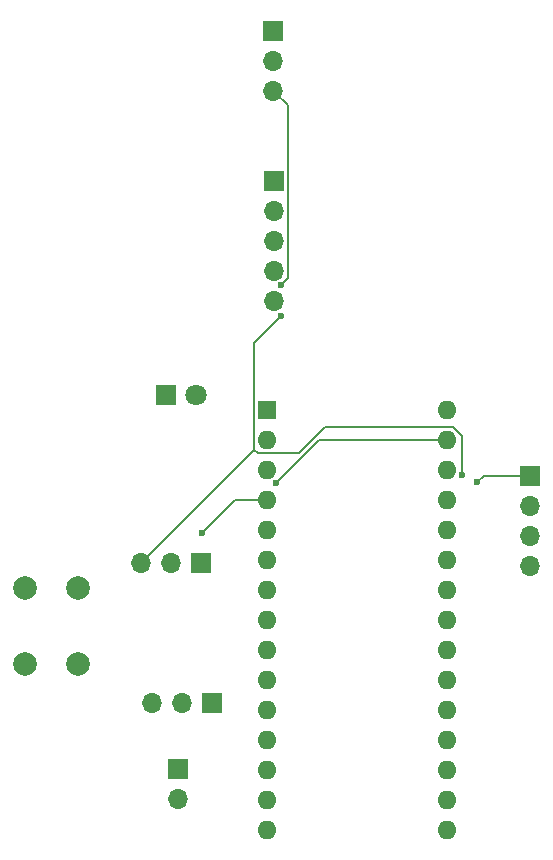
<source format=gbr>
%TF.GenerationSoftware,KiCad,Pcbnew,8.0.8*%
%TF.CreationDate,2025-06-02T22:50:19+02:00*%
%TF.ProjectId,autoZalivanje,6175746f-5a61-46c6-9976-616e6a652e6b,rev?*%
%TF.SameCoordinates,Original*%
%TF.FileFunction,Copper,L2,Bot*%
%TF.FilePolarity,Positive*%
%FSLAX46Y46*%
G04 Gerber Fmt 4.6, Leading zero omitted, Abs format (unit mm)*
G04 Created by KiCad (PCBNEW 8.0.8) date 2025-06-02 22:50:19*
%MOMM*%
%LPD*%
G01*
G04 APERTURE LIST*
%TA.AperFunction,ComponentPad*%
%ADD10C,2.000000*%
%TD*%
%TA.AperFunction,ComponentPad*%
%ADD11O,1.700000X1.700000*%
%TD*%
%TA.AperFunction,ComponentPad*%
%ADD12R,1.700000X1.700000*%
%TD*%
%TA.AperFunction,ComponentPad*%
%ADD13R,1.800000X1.800000*%
%TD*%
%TA.AperFunction,ComponentPad*%
%ADD14C,1.800000*%
%TD*%
%TA.AperFunction,ComponentPad*%
%ADD15R,1.600000X1.600000*%
%TD*%
%TA.AperFunction,ComponentPad*%
%ADD16O,1.600000X1.600000*%
%TD*%
%TA.AperFunction,ViaPad*%
%ADD17C,0.600000*%
%TD*%
%TA.AperFunction,Conductor*%
%ADD18C,0.200000*%
%TD*%
G04 APERTURE END LIST*
D10*
%TO.P,SW1,2,2*%
%TO.N,Net-(A1-D7)*%
X112050000Y-96600000D03*
X112050000Y-103100000D03*
%TO.P,SW1,1,1*%
%TO.N,Net-(R1-Pad1)*%
X107550000Y-96600000D03*
X107550000Y-103100000D03*
%TD*%
D11*
%TO.P,J6,3,Pin_3*%
%TO.N,/VCC*%
X128575000Y-54525000D03*
%TO.P,J6,2,Pin_2*%
%TO.N,/DATA*%
X128575000Y-51985000D03*
D12*
%TO.P,J6,1,Pin_1*%
%TO.N,/GND*%
X128575000Y-49445000D03*
%TD*%
%TO.P,J5,1,Pin_1*%
%TO.N,/NC*%
X123350000Y-106350000D03*
D11*
%TO.P,J5,2,Pin_2*%
%TO.N,/NO*%
X120810000Y-106350000D03*
%TO.P,J5,3,Pin_3*%
%TO.N,/COM*%
X118270000Y-106350000D03*
%TD*%
D12*
%TO.P,J4,1,Pin_1*%
%TO.N,/COM*%
X120500000Y-111950000D03*
D11*
%TO.P,J4,2,Pin_2*%
%TO.N,/NO*%
X120500000Y-114490000D03*
%TD*%
D12*
%TO.P,J3,1,Pin_1*%
%TO.N,/IN*%
X122475000Y-94500000D03*
D11*
%TO.P,J3,2,Pin_2*%
%TO.N,/GND*%
X119935000Y-94500000D03*
%TO.P,J3,3,Pin_3*%
%TO.N,/VCC*%
X117395000Y-94500000D03*
%TD*%
D12*
%TO.P,J2,1,Pin_1*%
%TO.N,/GND*%
X128650000Y-62135000D03*
D11*
%TO.P,J2,2,Pin_2*%
%TO.N,/RST*%
X128650000Y-64675000D03*
%TO.P,J2,3,Pin_3*%
%TO.N,/DAT*%
X128650000Y-67215000D03*
%TO.P,J2,4,Pin_4*%
%TO.N,/CLK*%
X128650000Y-69755000D03*
%TO.P,J2,5,Pin_5*%
%TO.N,/VCC*%
X128650000Y-72295000D03*
%TD*%
D12*
%TO.P,J1,1,Pin_1*%
%TO.N,/VCC*%
X150325000Y-87125000D03*
D11*
%TO.P,J1,2,Pin_2*%
%TO.N,/SDA*%
X150325000Y-89665000D03*
%TO.P,J1,3,Pin_3*%
%TO.N,/SCL*%
X150325000Y-92205000D03*
%TO.P,J1,4,Pin_4*%
%TO.N,/GND*%
X150325000Y-94745000D03*
%TD*%
D13*
%TO.P,D1,1,K*%
%TO.N,/GND*%
X119510000Y-80250000D03*
D14*
%TO.P,D1,2,A*%
%TO.N,Net-(D1-A)*%
X122050000Y-80250000D03*
%TD*%
D15*
%TO.P,A1,1,TX1*%
%TO.N,unconnected-(A1-TX1-Pad1)*%
X128070000Y-81560000D03*
D16*
%TO.P,A1,2,RX1*%
%TO.N,unconnected-(A1-RX1-Pad2)*%
X128070000Y-84100000D03*
%TO.P,A1,3,~{RESET}*%
%TO.N,unconnected-(A1-~{RESET}-Pad3)*%
X128070000Y-86640000D03*
%TO.P,A1,4,GND*%
%TO.N,/GND*%
X128070000Y-89180000D03*
%TO.P,A1,5,D2*%
%TO.N,/DATA*%
X128070000Y-91720000D03*
%TO.P,A1,6,D3*%
%TO.N,/CLK*%
X128070000Y-94260000D03*
%TO.P,A1,7,D4*%
%TO.N,/DAT*%
X128070000Y-96800000D03*
%TO.P,A1,8,D5*%
%TO.N,/RST*%
X128070000Y-99340000D03*
%TO.P,A1,9,D6*%
%TO.N,/IN*%
X128070000Y-101880000D03*
%TO.P,A1,10,D7*%
%TO.N,Net-(A1-D7)*%
X128070000Y-104420000D03*
%TO.P,A1,11,D8*%
%TO.N,Net-(A1-D8)*%
X128070000Y-106960000D03*
%TO.P,A1,12,D9*%
%TO.N,unconnected-(A1-D9-Pad12)*%
X128070000Y-109500000D03*
%TO.P,A1,13,D10*%
%TO.N,unconnected-(A1-D10-Pad13)*%
X128070000Y-112040000D03*
%TO.P,A1,14,MOSI*%
%TO.N,unconnected-(A1-MOSI-Pad14)*%
X128070000Y-114580000D03*
%TO.P,A1,15,MISO*%
%TO.N,unconnected-(A1-MISO-Pad15)*%
X128070000Y-117120000D03*
%TO.P,A1,16,SCK*%
%TO.N,unconnected-(A1-SCK-Pad16)*%
X143310000Y-117120000D03*
%TO.P,A1,17,3V3*%
%TO.N,unconnected-(A1-3V3-Pad17)*%
X143310000Y-114580000D03*
%TO.P,A1,18,AREF*%
%TO.N,unconnected-(A1-AREF-Pad18)*%
X143310000Y-112040000D03*
%TO.P,A1,19,A0*%
%TO.N,unconnected-(A1-A0-Pad19)*%
X143310000Y-109500000D03*
%TO.P,A1,20,A1*%
%TO.N,unconnected-(A1-A1-Pad20)*%
X143310000Y-106960000D03*
%TO.P,A1,21,A2*%
%TO.N,unconnected-(A1-A2-Pad21)*%
X143310000Y-104420000D03*
%TO.P,A1,22,A3*%
%TO.N,unconnected-(A1-A3-Pad22)*%
X143310000Y-101880000D03*
%TO.P,A1,23,SDA/A4*%
%TO.N,/SDA*%
X143310000Y-99340000D03*
%TO.P,A1,24,SCL/A5*%
%TO.N,/SCL*%
X143310000Y-96800000D03*
%TO.P,A1,25,A6*%
%TO.N,unconnected-(A1-A6-Pad25)*%
X143310000Y-94260000D03*
%TO.P,A1,26,A7*%
%TO.N,unconnected-(A1-A7-Pad26)*%
X143310000Y-91720000D03*
%TO.P,A1,27,+5V*%
%TO.N,/VCC*%
X143310000Y-89180000D03*
%TO.P,A1,28,~{RESET}*%
%TO.N,unconnected-(A1-~{RESET}-Pad28)*%
X143310000Y-86640000D03*
%TO.P,A1,29,GND*%
%TO.N,/GND*%
X143310000Y-84100000D03*
%TO.P,A1,30,VIN*%
%TO.N,unconnected-(A1-VIN-Pad30)*%
X143310000Y-81560000D03*
%TD*%
D17*
%TO.N,/VCC*%
X129200000Y-71000000D03*
X144554310Y-87016430D03*
X129200000Y-73622819D03*
%TO.N,/GND*%
X122500000Y-92000000D03*
X128800000Y-87715686D03*
%TO.N,/VCC*%
X145825735Y-87674265D03*
%TD*%
D18*
%TO.N,/VCC*%
X129800000Y-70400000D02*
X129200000Y-71000000D01*
X129800000Y-55750000D02*
X129800000Y-70400000D01*
X128575000Y-54525000D02*
X129800000Y-55750000D01*
X143765635Y-83000000D02*
X144554310Y-83788675D01*
X132950000Y-83000000D02*
X143765635Y-83000000D01*
X144554310Y-83788675D02*
X144554310Y-87016430D01*
X127245000Y-85200000D02*
X130750000Y-85200000D01*
X126970000Y-84925000D02*
X127245000Y-85200000D01*
X130750000Y-85200000D02*
X132950000Y-83000000D01*
X126970000Y-75852819D02*
X129200000Y-73622819D01*
X126970000Y-84925000D02*
X126970000Y-75852819D01*
X117395000Y-94500000D02*
X126970000Y-84925000D01*
%TO.N,/GND*%
X125320000Y-89180000D02*
X122500000Y-92000000D01*
X128070000Y-89180000D02*
X125320000Y-89180000D01*
X132415686Y-84100000D02*
X128800000Y-87715686D01*
X143310000Y-84100000D02*
X132415686Y-84100000D01*
%TO.N,/VCC*%
X146375000Y-87125000D02*
X145825735Y-87674265D01*
X150325000Y-87125000D02*
X146375000Y-87125000D01*
%TD*%
M02*

</source>
